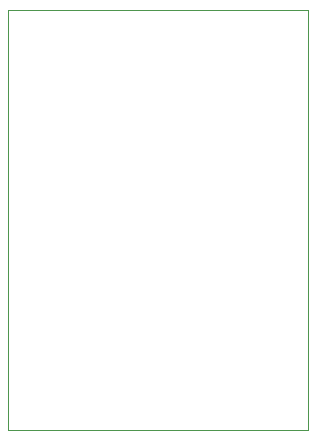
<source format=gm1>
G04 #@! TF.GenerationSoftware,KiCad,Pcbnew,9.0.6*
G04 #@! TF.CreationDate,2026-01-08T22:08:59-06:00*
G04 #@! TF.ProjectId,QFN-24_4x4_P0.5,51464e2d-3234-45f3-9478-345f50302e35,rev?*
G04 #@! TF.SameCoordinates,Original*
G04 #@! TF.FileFunction,Profile,NP*
%FSLAX46Y46*%
G04 Gerber Fmt 4.6, Leading zero omitted, Abs format (unit mm)*
G04 Created by KiCad (PCBNEW 9.0.6) date 2026-01-08 22:08:59*
%MOMM*%
%LPD*%
G01*
G04 APERTURE LIST*
G04 #@! TA.AperFunction,Profile*
%ADD10C,0.050000*%
G04 #@! TD*
G04 APERTURE END LIST*
D10*
X110490000Y-94934230D02*
X135890000Y-94934230D01*
X135890000Y-130494230D01*
X110490000Y-130494230D01*
X110490000Y-94934230D01*
M02*

</source>
